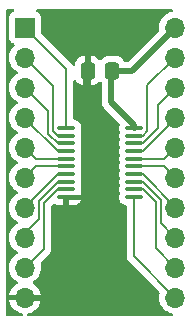
<source format=gtl>
%TF.GenerationSoftware,KiCad,Pcbnew,8.0.4*%
%TF.CreationDate,2025-01-06T14:24:37+00:00*%
%TF.ProjectId,tssop_20_breakout,7473736f-705f-4323-905f-627265616b6f,rev?*%
%TF.SameCoordinates,Original*%
%TF.FileFunction,Copper,L1,Top*%
%TF.FilePolarity,Positive*%
%FSLAX46Y46*%
G04 Gerber Fmt 4.6, Leading zero omitted, Abs format (unit mm)*
G04 Created by KiCad (PCBNEW 8.0.4) date 2025-01-06 14:24:37*
%MOMM*%
%LPD*%
G01*
G04 APERTURE LIST*
G04 Aperture macros list*
%AMRoundRect*
0 Rectangle with rounded corners*
0 $1 Rounding radius*
0 $2 $3 $4 $5 $6 $7 $8 $9 X,Y pos of 4 corners*
0 Add a 4 corners polygon primitive as box body*
4,1,4,$2,$3,$4,$5,$6,$7,$8,$9,$2,$3,0*
0 Add four circle primitives for the rounded corners*
1,1,$1+$1,$2,$3*
1,1,$1+$1,$4,$5*
1,1,$1+$1,$6,$7*
1,1,$1+$1,$8,$9*
0 Add four rect primitives between the rounded corners*
20,1,$1+$1,$2,$3,$4,$5,0*
20,1,$1+$1,$4,$5,$6,$7,0*
20,1,$1+$1,$6,$7,$8,$9,0*
20,1,$1+$1,$8,$9,$2,$3,0*%
G04 Aperture macros list end*
%TA.AperFunction,ComponentPad*%
%ADD10R,1.700000X1.700000*%
%TD*%
%TA.AperFunction,ComponentPad*%
%ADD11O,1.700000X1.700000*%
%TD*%
%TA.AperFunction,SMDPad,CuDef*%
%ADD12RoundRect,0.100000X-0.637500X-0.100000X0.637500X-0.100000X0.637500X0.100000X-0.637500X0.100000X0*%
%TD*%
%TA.AperFunction,SMDPad,CuDef*%
%ADD13RoundRect,0.250000X-0.337500X-0.475000X0.337500X-0.475000X0.337500X0.475000X-0.337500X0.475000X0*%
%TD*%
%TA.AperFunction,ViaPad*%
%ADD14C,0.600000*%
%TD*%
%TA.AperFunction,Conductor*%
%ADD15C,0.500000*%
%TD*%
%TA.AperFunction,Conductor*%
%ADD16C,0.400000*%
%TD*%
%TA.AperFunction,Conductor*%
%ADD17C,0.200000*%
%TD*%
G04 APERTURE END LIST*
D10*
%TO.P,J3,1,Pin_1*%
%TO.N,Net-(J3-Pin_1)*%
X52150000Y-52070000D03*
D11*
%TO.P,J3,2,Pin_2*%
%TO.N,Net-(J3-Pin_2)*%
X52150000Y-54610000D03*
%TO.P,J3,3,Pin_3*%
%TO.N,Net-(J3-Pin_3)*%
X52150000Y-57150000D03*
%TO.P,J3,4,Pin_4*%
%TO.N,Net-(J3-Pin_4)*%
X52150000Y-59690000D03*
%TO.P,J3,5,Pin_5*%
%TO.N,Net-(J3-Pin_5)*%
X52150000Y-62230000D03*
%TO.P,J3,6,Pin_6*%
%TO.N,Net-(J3-Pin_6)*%
X52150000Y-64770000D03*
%TO.P,J3,7,Pin_7*%
%TO.N,Net-(J3-Pin_7)*%
X52150000Y-67310000D03*
%TO.P,J3,8,Pin_8*%
%TO.N,Net-(J3-Pin_8)*%
X52150000Y-69850000D03*
%TO.P,J3,9,Pin_9*%
%TO.N,Net-(J3-Pin_9)*%
X52150000Y-72390000D03*
%TO.P,J3,10,Pin_10*%
%TO.N,/GND*%
X52150000Y-74930000D03*
%TD*%
D12*
%TO.P,U2,1,Pin_1*%
%TO.N,Net-(J3-Pin_1)*%
X55637500Y-60575000D03*
%TO.P,U2,2,Pin_2*%
%TO.N,Net-(J3-Pin_2)*%
X55637500Y-61225000D03*
%TO.P,U2,3,Pin_3*%
%TO.N,Net-(J3-Pin_3)*%
X55637500Y-61875000D03*
%TO.P,U2,4,Pin_4*%
%TO.N,Net-(J3-Pin_4)*%
X55637500Y-62525000D03*
%TO.P,U2,5,Pin_5*%
%TO.N,Net-(J3-Pin_5)*%
X55637500Y-63175000D03*
%TO.P,U2,6,Pin_6*%
%TO.N,Net-(J3-Pin_6)*%
X55637500Y-63825000D03*
%TO.P,U2,7,Pin_7*%
%TO.N,Net-(J3-Pin_7)*%
X55637500Y-64475000D03*
%TO.P,U2,8,Pin_8*%
%TO.N,Net-(J3-Pin_8)*%
X55637500Y-65125000D03*
%TO.P,U2,9,Pin_9*%
%TO.N,Net-(J3-Pin_9)*%
X55637500Y-65775000D03*
%TO.P,U2,10,Pin_10*%
%TO.N,/GND*%
X55637500Y-66425000D03*
%TO.P,U2,11,Pin_11*%
%TO.N,Net-(J4-Pin_1)*%
X61362500Y-66425000D03*
%TO.P,U2,12,Pin_12*%
%TO.N,Net-(J4-Pin_2)*%
X61362500Y-65775000D03*
%TO.P,U2,13,Pin_13*%
%TO.N,Net-(J4-Pin_3)*%
X61362500Y-65125000D03*
%TO.P,U2,14,Pin_14*%
%TO.N,Net-(J4-Pin_4)*%
X61362500Y-64475000D03*
%TO.P,U2,15,Pin_15*%
%TO.N,Net-(J4-Pin_5)*%
X61362500Y-63825000D03*
%TO.P,U2,16,Pin_16*%
%TO.N,Net-(J4-Pin_6)*%
X61362500Y-63175000D03*
%TO.P,U2,17,Pin_17*%
%TO.N,Net-(J4-Pin_7)*%
X61362500Y-62525000D03*
%TO.P,U2,18,Pin_18*%
%TO.N,Net-(J4-Pin_8)*%
X61362500Y-61875000D03*
%TO.P,U2,19,Pin_19*%
%TO.N,Net-(J4-Pin_9)*%
X61362500Y-61225000D03*
%TO.P,U2,20,Pin_20*%
%TO.N,Net-(J4-Pin_10)*%
X61362500Y-60575000D03*
%TD*%
D11*
%TO.P,J4,1,Pin_1*%
%TO.N,Net-(J4-Pin_1)*%
X64850000Y-74930000D03*
%TO.P,J4,2,Pin_2*%
%TO.N,Net-(J4-Pin_2)*%
X64850000Y-72390000D03*
%TO.P,J4,3,Pin_3*%
%TO.N,Net-(J4-Pin_3)*%
X64850000Y-69850000D03*
%TO.P,J4,4,Pin_4*%
%TO.N,Net-(J4-Pin_4)*%
X64850000Y-67310000D03*
%TO.P,J4,5,Pin_5*%
%TO.N,Net-(J4-Pin_5)*%
X64850000Y-64770000D03*
%TO.P,J4,6,Pin_6*%
%TO.N,Net-(J4-Pin_6)*%
X64850000Y-62230000D03*
%TO.P,J4,7,Pin_7*%
%TO.N,Net-(J4-Pin_7)*%
X64850000Y-59690000D03*
%TO.P,J4,8,Pin_8*%
%TO.N,Net-(J4-Pin_8)*%
X64850000Y-57150000D03*
%TO.P,J4,9,Pin_9*%
%TO.N,Net-(J4-Pin_9)*%
X64850000Y-54610000D03*
%TO.P,J4,10,Pin_10*%
%TO.N,Net-(J4-Pin_10)*%
X64850000Y-52070000D03*
%TD*%
D13*
%TO.P,C2,1*%
%TO.N,/GND*%
X57462500Y-55730000D03*
%TO.P,C2,2*%
%TO.N,Net-(J4-Pin_10)*%
X59537500Y-55730000D03*
%TD*%
D14*
%TO.N,/GND*%
X57340000Y-57990000D03*
X57340000Y-66460000D03*
%TD*%
D15*
%TO.N,Net-(J4-Pin_10)*%
X59410000Y-58392500D02*
X59410000Y-55730000D01*
X61190000Y-55730000D02*
X64850000Y-52070000D01*
X59410000Y-55730000D02*
X61190000Y-55730000D01*
D16*
X61362500Y-60575000D02*
X61362500Y-60345000D01*
D15*
X61362500Y-60345000D02*
X59410000Y-58392500D01*
%TO.N,/GND*%
X55637500Y-66657500D02*
X55637500Y-73432500D01*
D17*
X57340000Y-55735000D02*
X57335000Y-55730000D01*
D16*
X57305000Y-66425000D02*
X55637500Y-66425000D01*
X55637500Y-66425000D02*
X55637500Y-66657500D01*
D17*
X57340000Y-66460000D02*
X57305000Y-66425000D01*
D15*
X54140000Y-74930000D02*
X52150000Y-74930000D01*
X55637500Y-73432500D02*
X54140000Y-74930000D01*
X57340000Y-57990000D02*
X57340000Y-55735000D01*
D17*
%TO.N,Net-(J4-Pin_1)*%
X61362500Y-66425000D02*
X61362500Y-71442500D01*
X61362500Y-71442500D02*
X64850000Y-74930000D01*
%TO.N,Net-(J3-Pin_6)*%
X53095000Y-63825000D02*
X52150000Y-64770000D01*
X55637500Y-63825000D02*
X53095000Y-63825000D01*
%TO.N,Net-(J3-Pin_8)*%
X55637500Y-65125000D02*
X54900001Y-65125000D01*
X54900001Y-65125000D02*
X53300000Y-66725001D01*
X53300000Y-68320000D02*
X52150000Y-69470000D01*
X53300000Y-66725001D02*
X53300000Y-68320000D01*
%TO.N,Net-(J3-Pin_7)*%
X55637500Y-64475000D02*
X54900001Y-64475000D01*
X52150000Y-67225001D02*
X52150000Y-67310000D01*
X54900001Y-64475000D02*
X52150000Y-67225001D01*
%TO.N,Net-(J3-Pin_1)*%
X55637500Y-60575000D02*
X55637500Y-55557500D01*
X55637500Y-55557500D02*
X52150000Y-52070000D01*
%TO.N,Net-(J4-Pin_6)*%
X61362500Y-63175000D02*
X63905000Y-63175000D01*
X63905000Y-63175000D02*
X64850000Y-62230000D01*
%TO.N,Net-(J4-Pin_7)*%
X61362500Y-62525000D02*
X62099999Y-62525000D01*
X62099999Y-62525000D02*
X64850000Y-59774999D01*
X64850000Y-59774999D02*
X64850000Y-59690000D01*
%TO.N,Net-(J4-Pin_5)*%
X61362500Y-63825000D02*
X63905000Y-63825000D01*
X63905000Y-63825000D02*
X64850000Y-64770000D01*
%TO.N,Net-(J3-Pin_5)*%
X55637500Y-63175000D02*
X53095000Y-63175000D01*
X53095000Y-63175000D02*
X52150000Y-62230000D01*
%TO.N,Net-(J4-Pin_2)*%
X63200000Y-70740000D02*
X64850000Y-72390000D01*
X62099999Y-65775000D02*
X63200000Y-66875001D01*
X63200000Y-66875001D02*
X63200000Y-70740000D01*
X61362500Y-65775000D02*
X62099999Y-65775000D01*
%TO.N,Net-(J3-Pin_4)*%
X52150000Y-59774999D02*
X52150000Y-59690000D01*
X55637500Y-62525000D02*
X54900001Y-62525000D01*
X54900001Y-62525000D02*
X52150000Y-59774999D01*
%TO.N,Net-(J3-Pin_2)*%
X55637500Y-61225000D02*
X54900001Y-61225000D01*
X54520000Y-56980000D02*
X52150000Y-54610000D01*
X54900001Y-61225000D02*
X54520000Y-60844999D01*
X54520000Y-60844999D02*
X54520000Y-56980000D01*
%TO.N,Net-(J3-Pin_9)*%
X55637500Y-65775000D02*
X54900001Y-65775000D01*
X53750000Y-70790000D02*
X52150000Y-72390000D01*
X53750000Y-66925001D02*
X53750000Y-70790000D01*
X54900001Y-65775000D02*
X53750000Y-66925001D01*
%TO.N,Net-(J4-Pin_8)*%
X61362500Y-61875000D02*
X62099999Y-61875000D01*
X63360000Y-58640000D02*
X64850000Y-57150000D01*
X63360000Y-60614999D02*
X63360000Y-58640000D01*
X62099999Y-61875000D02*
X63360000Y-60614999D01*
%TO.N,Net-(J3-Pin_3)*%
X54120000Y-59120000D02*
X52150000Y-57150000D01*
X55637500Y-61875000D02*
X54900001Y-61875000D01*
X54120000Y-61094999D02*
X54120000Y-59120000D01*
X54900001Y-61875000D02*
X54120000Y-61094999D01*
%TO.N,Net-(J4-Pin_3)*%
X63630000Y-68630000D02*
X64850000Y-69850000D01*
X62099999Y-65125000D02*
X63630000Y-66655001D01*
X61362500Y-65125000D02*
X62099999Y-65125000D01*
X63630000Y-66655001D02*
X63630000Y-68630000D01*
%TO.N,Net-(J4-Pin_9)*%
X62490000Y-56970000D02*
X64850000Y-54610000D01*
X62099999Y-61225000D02*
X62490000Y-60834999D01*
X62490000Y-60834999D02*
X62490000Y-56970000D01*
X61362500Y-61225000D02*
X62099999Y-61225000D01*
%TO.N,Net-(J4-Pin_4)*%
X62099999Y-64475000D02*
X64850000Y-67225001D01*
X61362500Y-64475000D02*
X62099999Y-64475000D01*
X64850000Y-67225001D02*
X64850000Y-67310000D01*
%TD*%
%TA.AperFunction,Conductor*%
%TO.N,/GND*%
G36*
X51176614Y-50520185D02*
G01*
X51222369Y-50572989D01*
X51232313Y-50642147D01*
X51203288Y-50705703D01*
X51152908Y-50740682D01*
X51057671Y-50776202D01*
X51057664Y-50776206D01*
X50942455Y-50862452D01*
X50942452Y-50862455D01*
X50856206Y-50977664D01*
X50856202Y-50977671D01*
X50805908Y-51112517D01*
X50799501Y-51172116D01*
X50799501Y-51172123D01*
X50799500Y-51172135D01*
X50799500Y-52967870D01*
X50799501Y-52967876D01*
X50805908Y-53027483D01*
X50856202Y-53162328D01*
X50856206Y-53162335D01*
X50942452Y-53277544D01*
X50942455Y-53277547D01*
X51057664Y-53363793D01*
X51057671Y-53363797D01*
X51189081Y-53412810D01*
X51245015Y-53454681D01*
X51269432Y-53520145D01*
X51254580Y-53588418D01*
X51233430Y-53616673D01*
X51111503Y-53738600D01*
X50975965Y-53932169D01*
X50975964Y-53932171D01*
X50876098Y-54146335D01*
X50876094Y-54146344D01*
X50814938Y-54374586D01*
X50814936Y-54374596D01*
X50794341Y-54609999D01*
X50794341Y-54610000D01*
X50814936Y-54845403D01*
X50814938Y-54845413D01*
X50876094Y-55073655D01*
X50876096Y-55073659D01*
X50876097Y-55073663D01*
X50952384Y-55237260D01*
X50975965Y-55287830D01*
X50975967Y-55287834D01*
X51111501Y-55481395D01*
X51111506Y-55481402D01*
X51278597Y-55648493D01*
X51278603Y-55648498D01*
X51464158Y-55778425D01*
X51507783Y-55833002D01*
X51514977Y-55902500D01*
X51483454Y-55964855D01*
X51464158Y-55981575D01*
X51278597Y-56111505D01*
X51111505Y-56278597D01*
X50975965Y-56472169D01*
X50975964Y-56472171D01*
X50905342Y-56623621D01*
X50876098Y-56686336D01*
X50876094Y-56686344D01*
X50814938Y-56914586D01*
X50814936Y-56914596D01*
X50794341Y-57149999D01*
X50794341Y-57150000D01*
X50814936Y-57385403D01*
X50814938Y-57385413D01*
X50876094Y-57613655D01*
X50876096Y-57613659D01*
X50876097Y-57613663D01*
X50885362Y-57633531D01*
X50975965Y-57827830D01*
X50975967Y-57827834D01*
X51111501Y-58021395D01*
X51111506Y-58021402D01*
X51278597Y-58188493D01*
X51278603Y-58188498D01*
X51464158Y-58318425D01*
X51507783Y-58373002D01*
X51514977Y-58442500D01*
X51483454Y-58504855D01*
X51464158Y-58521575D01*
X51278597Y-58651505D01*
X51111505Y-58818597D01*
X50975965Y-59012169D01*
X50975964Y-59012171D01*
X50876098Y-59226335D01*
X50876094Y-59226344D01*
X50814938Y-59454586D01*
X50814936Y-59454596D01*
X50794341Y-59689999D01*
X50794341Y-59690000D01*
X50814936Y-59925403D01*
X50814938Y-59925413D01*
X50876094Y-60153655D01*
X50876096Y-60153659D01*
X50876097Y-60153663D01*
X50952839Y-60318237D01*
X50975965Y-60367830D01*
X50975967Y-60367834D01*
X51111501Y-60561395D01*
X51111506Y-60561402D01*
X51278597Y-60728493D01*
X51278603Y-60728498D01*
X51464158Y-60858425D01*
X51507783Y-60913002D01*
X51514977Y-60982500D01*
X51483454Y-61044855D01*
X51464158Y-61061575D01*
X51278597Y-61191505D01*
X51111505Y-61358597D01*
X50975965Y-61552169D01*
X50975964Y-61552171D01*
X50876098Y-61766335D01*
X50876094Y-61766344D01*
X50814938Y-61994586D01*
X50814936Y-61994596D01*
X50794341Y-62229999D01*
X50794341Y-62230000D01*
X50814936Y-62465403D01*
X50814938Y-62465413D01*
X50876094Y-62693655D01*
X50876096Y-62693659D01*
X50876097Y-62693663D01*
X50917180Y-62781765D01*
X50975965Y-62907830D01*
X50975967Y-62907834D01*
X51111501Y-63101395D01*
X51111506Y-63101402D01*
X51278597Y-63268493D01*
X51278603Y-63268498D01*
X51464158Y-63398425D01*
X51507783Y-63453002D01*
X51514977Y-63522500D01*
X51483454Y-63584855D01*
X51464158Y-63601575D01*
X51278597Y-63731505D01*
X51111505Y-63898597D01*
X50975965Y-64092169D01*
X50975964Y-64092171D01*
X50876098Y-64306335D01*
X50876094Y-64306344D01*
X50814938Y-64534586D01*
X50814936Y-64534596D01*
X50794341Y-64769999D01*
X50794341Y-64770000D01*
X50814936Y-65005403D01*
X50814938Y-65005413D01*
X50876094Y-65233655D01*
X50876096Y-65233659D01*
X50876097Y-65233663D01*
X50890412Y-65264361D01*
X50975965Y-65447830D01*
X50975967Y-65447834D01*
X51025262Y-65518234D01*
X51107470Y-65635639D01*
X51111501Y-65641395D01*
X51111506Y-65641402D01*
X51278597Y-65808493D01*
X51278603Y-65808498D01*
X51464158Y-65938425D01*
X51507783Y-65993002D01*
X51514977Y-66062500D01*
X51483454Y-66124855D01*
X51464158Y-66141575D01*
X51278597Y-66271505D01*
X51111505Y-66438597D01*
X50975965Y-66632169D01*
X50975964Y-66632171D01*
X50876098Y-66846335D01*
X50876094Y-66846344D01*
X50814938Y-67074586D01*
X50814936Y-67074596D01*
X50794341Y-67309999D01*
X50794341Y-67310000D01*
X50814936Y-67545403D01*
X50814938Y-67545413D01*
X50876094Y-67773655D01*
X50876096Y-67773659D01*
X50876097Y-67773663D01*
X50975965Y-67987830D01*
X50975967Y-67987834D01*
X51111501Y-68181395D01*
X51111506Y-68181402D01*
X51278597Y-68348493D01*
X51278603Y-68348498D01*
X51464158Y-68478425D01*
X51507783Y-68533002D01*
X51514977Y-68602500D01*
X51483454Y-68664855D01*
X51464158Y-68681575D01*
X51278597Y-68811505D01*
X51111505Y-68978597D01*
X50975965Y-69172169D01*
X50975964Y-69172171D01*
X50876098Y-69386335D01*
X50876094Y-69386344D01*
X50814938Y-69614586D01*
X50814936Y-69614596D01*
X50794341Y-69849999D01*
X50794341Y-69850000D01*
X50814936Y-70085403D01*
X50814938Y-70085413D01*
X50876094Y-70313655D01*
X50876096Y-70313659D01*
X50876097Y-70313663D01*
X50975965Y-70527830D01*
X50975967Y-70527834D01*
X51063841Y-70653330D01*
X51098863Y-70703347D01*
X51111501Y-70721395D01*
X51111506Y-70721402D01*
X51278597Y-70888493D01*
X51278603Y-70888498D01*
X51464158Y-71018425D01*
X51507783Y-71073002D01*
X51514977Y-71142500D01*
X51483454Y-71204855D01*
X51464158Y-71221575D01*
X51278597Y-71351505D01*
X51111505Y-71518597D01*
X50975965Y-71712169D01*
X50975964Y-71712171D01*
X50876098Y-71926335D01*
X50876094Y-71926344D01*
X50814938Y-72154586D01*
X50814936Y-72154596D01*
X50794341Y-72389999D01*
X50794341Y-72390000D01*
X50814936Y-72625403D01*
X50814938Y-72625413D01*
X50876094Y-72853655D01*
X50876096Y-72853659D01*
X50876097Y-72853663D01*
X50975965Y-73067830D01*
X50975967Y-73067834D01*
X51111501Y-73261395D01*
X51111506Y-73261402D01*
X51278597Y-73428493D01*
X51278603Y-73428498D01*
X51464594Y-73558730D01*
X51508219Y-73613307D01*
X51515413Y-73682805D01*
X51483890Y-73745160D01*
X51464595Y-73761880D01*
X51278922Y-73891890D01*
X51278920Y-73891891D01*
X51111891Y-74058920D01*
X51111886Y-74058926D01*
X50976400Y-74252420D01*
X50976399Y-74252422D01*
X50876570Y-74466507D01*
X50876567Y-74466513D01*
X50819364Y-74679999D01*
X50819364Y-74680000D01*
X51716988Y-74680000D01*
X51684075Y-74737007D01*
X51650000Y-74864174D01*
X51650000Y-74995826D01*
X51684075Y-75122993D01*
X51716988Y-75180000D01*
X50819364Y-75180000D01*
X50876567Y-75393486D01*
X50876570Y-75393492D01*
X50976399Y-75607578D01*
X51111894Y-75801082D01*
X51278917Y-75968105D01*
X51472421Y-76103600D01*
X51686507Y-76203429D01*
X51686516Y-76203433D01*
X51881673Y-76255725D01*
X51941334Y-76292090D01*
X51971863Y-76354937D01*
X51963568Y-76424312D01*
X51919083Y-76478190D01*
X51852531Y-76499465D01*
X51849580Y-76499500D01*
X50624500Y-76499500D01*
X50557461Y-76479815D01*
X50511706Y-76427011D01*
X50500500Y-76375500D01*
X50500500Y-50624500D01*
X50520185Y-50557461D01*
X50572989Y-50511706D01*
X50624500Y-50500500D01*
X51109575Y-50500500D01*
X51176614Y-50520185D01*
G37*
%TD.AperFunction*%
%TA.AperFunction,Conductor*%
G36*
X64614688Y-50520185D02*
G01*
X64660443Y-50572989D01*
X64670387Y-50642147D01*
X64641362Y-50705703D01*
X64582584Y-50743477D01*
X64579742Y-50744275D01*
X64386344Y-50796094D01*
X64386335Y-50796098D01*
X64172171Y-50895964D01*
X64172169Y-50895965D01*
X63978597Y-51031505D01*
X63811505Y-51198597D01*
X63675965Y-51392169D01*
X63675964Y-51392171D01*
X63576098Y-51606335D01*
X63576094Y-51606344D01*
X63514938Y-51834586D01*
X63514936Y-51834596D01*
X63494341Y-52069999D01*
X63494341Y-52070001D01*
X63512977Y-52283013D01*
X63499210Y-52351513D01*
X63477130Y-52381501D01*
X60915451Y-54943181D01*
X60854128Y-54976666D01*
X60827770Y-54979500D01*
X60656058Y-54979500D01*
X60589019Y-54959815D01*
X60550519Y-54920597D01*
X60467712Y-54786344D01*
X60343656Y-54662288D01*
X60194334Y-54570186D01*
X60027797Y-54515001D01*
X60027795Y-54515000D01*
X59925010Y-54504500D01*
X59149998Y-54504500D01*
X59149980Y-54504501D01*
X59047203Y-54515000D01*
X59047200Y-54515001D01*
X58880668Y-54570185D01*
X58880663Y-54570187D01*
X58731342Y-54662289D01*
X58607288Y-54786343D01*
X58607283Y-54786349D01*
X58605241Y-54789661D01*
X58603247Y-54791453D01*
X58602807Y-54792011D01*
X58602711Y-54791935D01*
X58553291Y-54836383D01*
X58484328Y-54847602D01*
X58420247Y-54819755D01*
X58394168Y-54789656D01*
X58392319Y-54786659D01*
X58392316Y-54786655D01*
X58268345Y-54662684D01*
X58119124Y-54570643D01*
X58119119Y-54570641D01*
X57952697Y-54515494D01*
X57952690Y-54515493D01*
X57849986Y-54505000D01*
X57712500Y-54505000D01*
X57712500Y-56954999D01*
X57849972Y-56954999D01*
X57849986Y-56954998D01*
X57952697Y-56944505D01*
X58119119Y-56889358D01*
X58119124Y-56889356D01*
X58268345Y-56797315D01*
X58392318Y-56673342D01*
X58394165Y-56670348D01*
X58395969Y-56668724D01*
X58396798Y-56667677D01*
X58396976Y-56667818D01*
X58446110Y-56623621D01*
X58515073Y-56612396D01*
X58579156Y-56640236D01*
X58605243Y-56670341D01*
X58607288Y-56673656D01*
X58607289Y-56673657D01*
X58623181Y-56689549D01*
X58656666Y-56750872D01*
X58659500Y-56777230D01*
X58659500Y-58466418D01*
X58659500Y-58466420D01*
X58659499Y-58466420D01*
X58688340Y-58611407D01*
X58688342Y-58611413D01*
X58744916Y-58747995D01*
X58747115Y-58751286D01*
X58747120Y-58751293D01*
X58827051Y-58870920D01*
X58827052Y-58870921D01*
X60120737Y-60164605D01*
X60154222Y-60225928D01*
X60149238Y-60295620D01*
X60147619Y-60299734D01*
X60139956Y-60318235D01*
X60124500Y-60435638D01*
X60124500Y-60714363D01*
X60139953Y-60831753D01*
X60139957Y-60831765D01*
X60148566Y-60852550D01*
X60156033Y-60922019D01*
X60148566Y-60947450D01*
X60139957Y-60968234D01*
X60139955Y-60968239D01*
X60124500Y-61085638D01*
X60124500Y-61364363D01*
X60139953Y-61481753D01*
X60139957Y-61481765D01*
X60148566Y-61502550D01*
X60156033Y-61572019D01*
X60148566Y-61597450D01*
X60139957Y-61618234D01*
X60139955Y-61618239D01*
X60124500Y-61735638D01*
X60124500Y-62014363D01*
X60139953Y-62131753D01*
X60139957Y-62131765D01*
X60148566Y-62152550D01*
X60156033Y-62222019D01*
X60148566Y-62247450D01*
X60139957Y-62268234D01*
X60139955Y-62268239D01*
X60124500Y-62385638D01*
X60124500Y-62664363D01*
X60139953Y-62781753D01*
X60139957Y-62781765D01*
X60148566Y-62802550D01*
X60156033Y-62872019D01*
X60148566Y-62897450D01*
X60139957Y-62918234D01*
X60139955Y-62918239D01*
X60124500Y-63035638D01*
X60124500Y-63314363D01*
X60139953Y-63431753D01*
X60139957Y-63431765D01*
X60148566Y-63452550D01*
X60156033Y-63522019D01*
X60148566Y-63547450D01*
X60139957Y-63568234D01*
X60139955Y-63568239D01*
X60124500Y-63685638D01*
X60124500Y-63964363D01*
X60139953Y-64081753D01*
X60139957Y-64081765D01*
X60148566Y-64102550D01*
X60156033Y-64172019D01*
X60148566Y-64197450D01*
X60139957Y-64218234D01*
X60139955Y-64218239D01*
X60124500Y-64335638D01*
X60124500Y-64614363D01*
X60139953Y-64731753D01*
X60139957Y-64731765D01*
X60148566Y-64752550D01*
X60156033Y-64822019D01*
X60148566Y-64847450D01*
X60139957Y-64868234D01*
X60139955Y-64868239D01*
X60124500Y-64985638D01*
X60124500Y-65264363D01*
X60139953Y-65381753D01*
X60139957Y-65381765D01*
X60148566Y-65402550D01*
X60156033Y-65472019D01*
X60148566Y-65497450D01*
X60139957Y-65518234D01*
X60139955Y-65518239D01*
X60124500Y-65635638D01*
X60124500Y-65914363D01*
X60139953Y-66031753D01*
X60139957Y-66031765D01*
X60148566Y-66052550D01*
X60156033Y-66122019D01*
X60148566Y-66147450D01*
X60139957Y-66168234D01*
X60139955Y-66168239D01*
X60124500Y-66285638D01*
X60124500Y-66564363D01*
X60139953Y-66681753D01*
X60139956Y-66681762D01*
X60200464Y-66827841D01*
X60296718Y-66953282D01*
X60422159Y-67049536D01*
X60568238Y-67110044D01*
X60654177Y-67121358D01*
X60654185Y-67121359D01*
X60718082Y-67149625D01*
X60756553Y-67207950D01*
X60762000Y-67244298D01*
X60762000Y-71355830D01*
X60761999Y-71355848D01*
X60761999Y-71521554D01*
X60761998Y-71521554D01*
X60802922Y-71674283D01*
X60824796Y-71712169D01*
X60824798Y-71712172D01*
X60881979Y-71811214D01*
X60881981Y-71811217D01*
X61000849Y-71930085D01*
X61000855Y-71930090D01*
X63517233Y-74446469D01*
X63550718Y-74507792D01*
X63549327Y-74566243D01*
X63514938Y-74694586D01*
X63514936Y-74694596D01*
X63494341Y-74929999D01*
X63494341Y-74930000D01*
X63514936Y-75165403D01*
X63514938Y-75165413D01*
X63576094Y-75393655D01*
X63576096Y-75393659D01*
X63576097Y-75393663D01*
X63675847Y-75607578D01*
X63675965Y-75607830D01*
X63675967Y-75607834D01*
X63784281Y-75762521D01*
X63811505Y-75801401D01*
X63978599Y-75968495D01*
X64075384Y-76036265D01*
X64172165Y-76104032D01*
X64172167Y-76104033D01*
X64172170Y-76104035D01*
X64386337Y-76203903D01*
X64386343Y-76203904D01*
X64386344Y-76203905D01*
X64579742Y-76255725D01*
X64639403Y-76292090D01*
X64669932Y-76354936D01*
X64661638Y-76424312D01*
X64617152Y-76478190D01*
X64550601Y-76499465D01*
X64547649Y-76499500D01*
X52450420Y-76499500D01*
X52383381Y-76479815D01*
X52337626Y-76427011D01*
X52327682Y-76357853D01*
X52356707Y-76294297D01*
X52415485Y-76256523D01*
X52418327Y-76255725D01*
X52613483Y-76203433D01*
X52613492Y-76203429D01*
X52827578Y-76103600D01*
X53021082Y-75968105D01*
X53188105Y-75801082D01*
X53323600Y-75607578D01*
X53423429Y-75393492D01*
X53423432Y-75393486D01*
X53480636Y-75180000D01*
X52583012Y-75180000D01*
X52615925Y-75122993D01*
X52650000Y-74995826D01*
X52650000Y-74864174D01*
X52615925Y-74737007D01*
X52583012Y-74680000D01*
X53480636Y-74680000D01*
X53480635Y-74679999D01*
X53423432Y-74466513D01*
X53423429Y-74466507D01*
X53323600Y-74252422D01*
X53323599Y-74252420D01*
X53188113Y-74058926D01*
X53188108Y-74058920D01*
X53021078Y-73891890D01*
X52835405Y-73761879D01*
X52791780Y-73707302D01*
X52784588Y-73637804D01*
X52816110Y-73575449D01*
X52835406Y-73558730D01*
X52835842Y-73558425D01*
X53021401Y-73428495D01*
X53188495Y-73261401D01*
X53324035Y-73067830D01*
X53423903Y-72853663D01*
X53485063Y-72625408D01*
X53505659Y-72390000D01*
X53485063Y-72154592D01*
X53450671Y-72026239D01*
X53452334Y-71956393D01*
X53482763Y-71906470D01*
X54230520Y-71158716D01*
X54309577Y-71021784D01*
X54350501Y-70869057D01*
X54350501Y-70710942D01*
X54350501Y-70703347D01*
X54350500Y-70703329D01*
X54350500Y-67225097D01*
X54370185Y-67158058D01*
X54386809Y-67137426D01*
X54494752Y-67029483D01*
X54556069Y-66996002D01*
X54625761Y-67000986D01*
X54657914Y-67018792D01*
X54697410Y-67049098D01*
X54697412Y-67049099D01*
X54843365Y-67109554D01*
X54843369Y-67109555D01*
X54960676Y-67124999D01*
X55437499Y-67124999D01*
X55437500Y-67124998D01*
X55437500Y-66599499D01*
X55457185Y-66532460D01*
X55509989Y-66486705D01*
X55561500Y-66475499D01*
X55713500Y-66475499D01*
X55780539Y-66495184D01*
X55826294Y-66547988D01*
X55837500Y-66599499D01*
X55837500Y-67124999D01*
X56314324Y-67124999D01*
X56431628Y-67109557D01*
X56431633Y-67109555D01*
X56577585Y-67049100D01*
X56702924Y-66952924D01*
X56799100Y-66827586D01*
X56859555Y-66681631D01*
X56867012Y-66625000D01*
X56649303Y-66625000D01*
X56582264Y-66605315D01*
X56536509Y-66552511D01*
X56526565Y-66483353D01*
X56555590Y-66419797D01*
X56573816Y-66402624D01*
X56577839Y-66399536D01*
X56577841Y-66399536D01*
X56703282Y-66303282D01*
X56716821Y-66285638D01*
X56726125Y-66273513D01*
X56782553Y-66232310D01*
X56824500Y-66225000D01*
X56867010Y-66225000D01*
X56867011Y-66224998D01*
X56859558Y-66168377D01*
X56859554Y-66168365D01*
X56851163Y-66148106D01*
X56843694Y-66078637D01*
X56851164Y-66053199D01*
X56851433Y-66052550D01*
X56860044Y-66031762D01*
X56875500Y-65914361D01*
X56875499Y-65635640D01*
X56860044Y-65518238D01*
X56860042Y-65518234D01*
X56851435Y-65497455D01*
X56843965Y-65427986D01*
X56851435Y-65402545D01*
X56860044Y-65381762D01*
X56875500Y-65264361D01*
X56875499Y-64985640D01*
X56860044Y-64868238D01*
X56860042Y-64868234D01*
X56851435Y-64847455D01*
X56843965Y-64777986D01*
X56851435Y-64752545D01*
X56860044Y-64731762D01*
X56875500Y-64614361D01*
X56875499Y-64335640D01*
X56860044Y-64218238D01*
X56860042Y-64218234D01*
X56851435Y-64197455D01*
X56843965Y-64127986D01*
X56851435Y-64102545D01*
X56855733Y-64092169D01*
X56860044Y-64081762D01*
X56875500Y-63964361D01*
X56875499Y-63685640D01*
X56860044Y-63568238D01*
X56860042Y-63568234D01*
X56851435Y-63547455D01*
X56843965Y-63477986D01*
X56851435Y-63452545D01*
X56860044Y-63431762D01*
X56875500Y-63314361D01*
X56875499Y-63035640D01*
X56860044Y-62918238D01*
X56860042Y-62918234D01*
X56851435Y-62897455D01*
X56843965Y-62827986D01*
X56851435Y-62802545D01*
X56860044Y-62781762D01*
X56875500Y-62664361D01*
X56875499Y-62385640D01*
X56860044Y-62268238D01*
X56860042Y-62268234D01*
X56851435Y-62247455D01*
X56843965Y-62177986D01*
X56851435Y-62152545D01*
X56860044Y-62131762D01*
X56875500Y-62014361D01*
X56875499Y-61735640D01*
X56860044Y-61618238D01*
X56860042Y-61618234D01*
X56851435Y-61597455D01*
X56843965Y-61527986D01*
X56851435Y-61502545D01*
X56860044Y-61481762D01*
X56875500Y-61364361D01*
X56875499Y-61085640D01*
X56860044Y-60968238D01*
X56860042Y-60968234D01*
X56851435Y-60947455D01*
X56843965Y-60877986D01*
X56851435Y-60852545D01*
X56860044Y-60831762D01*
X56875500Y-60714361D01*
X56875499Y-60435640D01*
X56875499Y-60435638D01*
X56875499Y-60435636D01*
X56860046Y-60318246D01*
X56860044Y-60318241D01*
X56860044Y-60318238D01*
X56799536Y-60172159D01*
X56703282Y-60046718D01*
X56577841Y-59950464D01*
X56431762Y-59889956D01*
X56418126Y-59888160D01*
X56345813Y-59878640D01*
X56281917Y-59850373D01*
X56243447Y-59792048D01*
X56238000Y-59755701D01*
X56238000Y-56632825D01*
X56257685Y-56565786D01*
X56310489Y-56520031D01*
X56379647Y-56510087D01*
X56443203Y-56539112D01*
X56467539Y-56567728D01*
X56532684Y-56673345D01*
X56656654Y-56797315D01*
X56805875Y-56889356D01*
X56805880Y-56889358D01*
X56972302Y-56944505D01*
X56972309Y-56944506D01*
X57075019Y-56954999D01*
X57212499Y-56954999D01*
X57212500Y-56954998D01*
X57212500Y-54505000D01*
X57075027Y-54505000D01*
X57075012Y-54505001D01*
X56972302Y-54515494D01*
X56805880Y-54570641D01*
X56805875Y-54570643D01*
X56656654Y-54662684D01*
X56532684Y-54786654D01*
X56440643Y-54935875D01*
X56440641Y-54935880D01*
X56385494Y-55102302D01*
X56385493Y-55102309D01*
X56376752Y-55187864D01*
X56350355Y-55252555D01*
X56293174Y-55292706D01*
X56223363Y-55295568D01*
X56163086Y-55260234D01*
X56146009Y-55237263D01*
X56118020Y-55188784D01*
X54861405Y-53932169D01*
X53536818Y-52607582D01*
X53503333Y-52546259D01*
X53500499Y-52519901D01*
X53500499Y-51172129D01*
X53500498Y-51172123D01*
X53500497Y-51172116D01*
X53494091Y-51112517D01*
X53443796Y-50977669D01*
X53443795Y-50977668D01*
X53443793Y-50977664D01*
X53357547Y-50862455D01*
X53357544Y-50862452D01*
X53242335Y-50776206D01*
X53242328Y-50776202D01*
X53147092Y-50740682D01*
X53091158Y-50698811D01*
X53066741Y-50633347D01*
X53081592Y-50565074D01*
X53130997Y-50515668D01*
X53190425Y-50500500D01*
X64547649Y-50500500D01*
X64614688Y-50520185D01*
G37*
%TD.AperFunction*%
%TD*%
M02*

</source>
